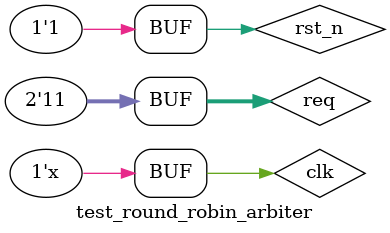
<source format=v>
`timescale 1ns / 1ps


module test_round_robin_arbiter(

    );

    reg clk;
    reg rst_n;
    reg [1:0] req = 2'b00;

    wire [1:0] grant;

    initial begin
        clk = 0;
        rst_n = 0;

        #30
        rst_n = 1;

        #50
        req = 2'b01;

        #50
        req = 2'b10;

        #50
        req = 4'b11;
    end

    always #5 clk = ~clk;
    
    round_robin_arbiter_2 round_robin_arbiter_2_inst(
        .rst_n(rst_n),
	    .clk(clk),
	    .req(req),
	    .grant(grant)
    );

endmodule

</source>
